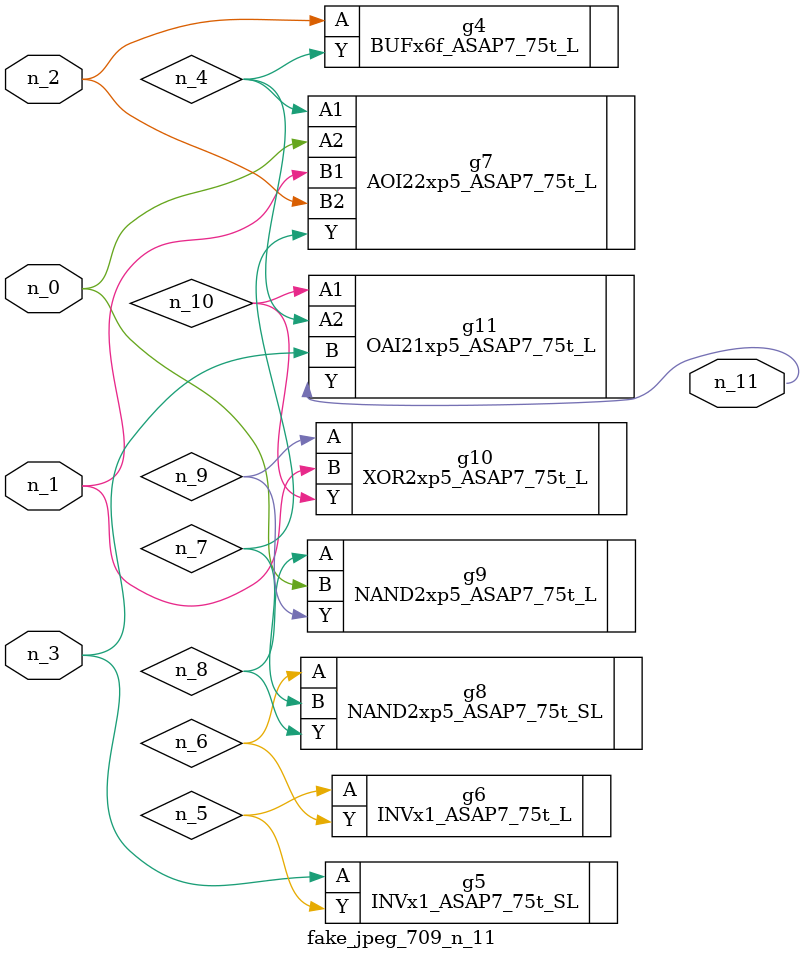
<source format=v>
module fake_jpeg_709_n_11 (n_0, n_3, n_2, n_1, n_11);

input n_0;
input n_3;
input n_2;
input n_1;

output n_11;

wire n_10;
wire n_4;
wire n_8;
wire n_9;
wire n_6;
wire n_5;
wire n_7;

BUFx6f_ASAP7_75t_L g4 ( 
.A(n_2),
.Y(n_4)
);

INVx1_ASAP7_75t_SL g5 ( 
.A(n_3),
.Y(n_5)
);

INVx1_ASAP7_75t_L g6 ( 
.A(n_5),
.Y(n_6)
);

NAND2xp5_ASAP7_75t_SL g8 ( 
.A(n_6),
.B(n_7),
.Y(n_8)
);

AOI22xp5_ASAP7_75t_L g7 ( 
.A1(n_4),
.A2(n_0),
.B1(n_1),
.B2(n_2),
.Y(n_7)
);

NAND2xp5_ASAP7_75t_L g9 ( 
.A(n_8),
.B(n_0),
.Y(n_9)
);

XOR2xp5_ASAP7_75t_L g10 ( 
.A(n_9),
.B(n_1),
.Y(n_10)
);

OAI21xp5_ASAP7_75t_L g11 ( 
.A1(n_10),
.A2(n_4),
.B(n_3),
.Y(n_11)
);


endmodule
</source>
